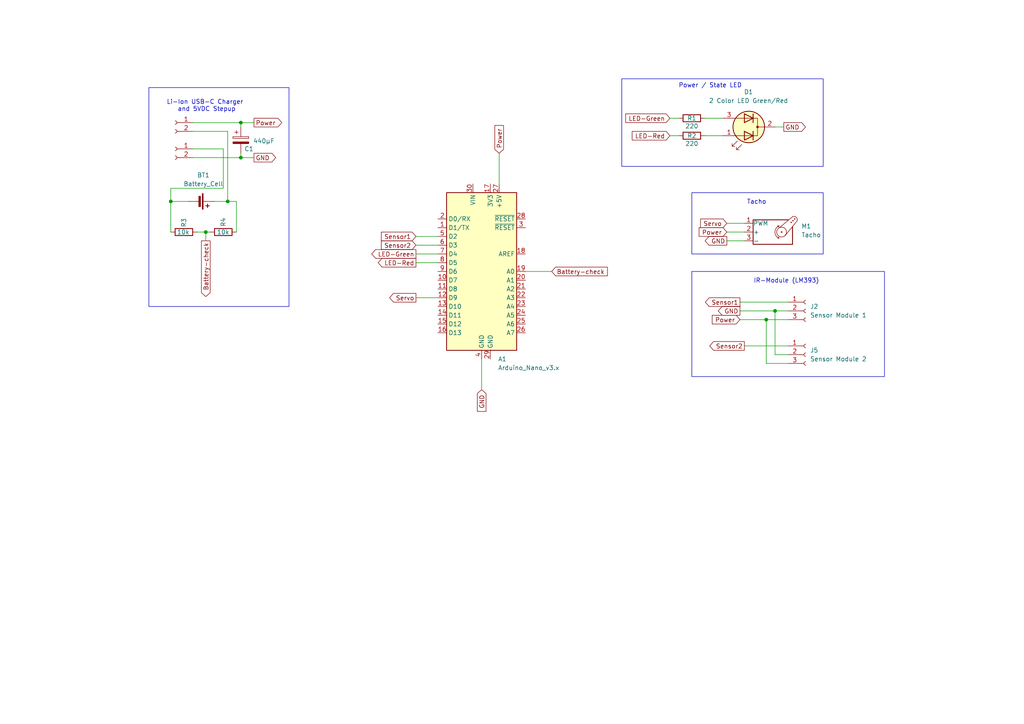
<source format=kicad_sch>
(kicad_sch (version 20231120) (generator "eeschema") (generator_version "8.0")
  (paper "A4")
  (lib_symbols
    (symbol "Connector:Conn_01x02_Socket" (pin_names (offset 1.016) hide)
      (property "Reference" "J" (at 0 2.54 0))
      (property "Value" "Conn_01x02_Socket" (at 0 -5.08 0))
      (symbol "Conn_01x02_Socket_1_1"
        (arc (start 0 -2.032) (mid -0.5058 -2.54) (end 0 -3.048) (stroke (width 0.1524)))
        (polyline (pts (xy -1.27 -2.54) (xy -0.508 -2.54)) (stroke (width 0.1524)))
        (polyline (pts (xy -1.27 0) (xy -0.508 0)) (stroke (width 0.1524)))
        (arc (start 0 0.508) (mid -0.5058 0) (end 0 -0.508) (stroke (width 0.1524)))
        (pin passive line (at -5.08 0 0) (length 3.81) (name "Pin_1") (number "1"))
        (pin passive line (at -5.08 -2.54 0) (length 3.81) (name "Pin_2") (number "2"))
      )
    )
    (symbol "Connector:Conn_01x03_Socket" (pin_names (offset 1.016) hide)
      (property "Reference" "J" (at 0 5.08 0))
      (property "Value" "Conn_01x03_Socket" (at 0 -5.08 0))
      (symbol "Conn_01x03_Socket_1_1"
        (arc (start 0 -2.032) (mid -0.5058 -2.54) (end 0 -3.048) (stroke (width 0.1524)))
        (polyline (pts (xy -1.27 -2.54) (xy -0.508 -2.54)) (stroke (width 0.1524)))
        (polyline (pts (xy -1.27 0) (xy -0.508 0)) (stroke (width 0.1524)))
        (polyline (pts (xy -1.27 2.54) (xy -0.508 2.54)) (stroke (width 0.1524)))
        (arc (start 0 0.508) (mid -0.5058 0) (end 0 -0.508) (stroke (width 0.1524)))
        (arc (start 0 3.048) (mid -0.5058 2.54) (end 0 2.032) (stroke (width 0.1524)))
        (pin passive line (at -5.08 2.54 0) (length 3.81) (name "Pin_1") (number "1"))
        (pin passive line (at -5.08 0 0) (length 3.81) (name "Pin_2") (number "2"))
        (pin passive line (at -5.08 -2.54 0) (length 3.81) (name "Pin_3") (number "3"))
      )
    )
    (symbol "Device:Battery_Cell" (pin_numbers hide) (pin_names (offset 0) hide)
      (property "Reference" "BT" (at 2.54 2.54 0))
      (property "Value" "Battery_Cell" (at 2.54 0 0))
      (symbol "Battery_Cell_0_1"
        (rectangle (start -2.286 1.778) (end 2.286 1.524) (fill (type outline)))
        (rectangle (start -1.524 1.016) (end 1.524 0.508) (fill (type outline)))
        (polyline (pts (xy 0 0.762) (xy 0 0)))
        (polyline (pts (xy 0 1.778) (xy 0 2.54)))
        (polyline (pts (xy 0.762 3.048) (xy 1.778 3.048)) (stroke (width 0.254)))
        (polyline (pts (xy 1.27 3.556) (xy 1.27 2.54)) (stroke (width 0.254)))
      )
      (symbol "Battery_Cell_1_1"
        (pin passive line (at 0 5.08 270) (length 2.54) (name "+") (number "1"))
        (pin passive line (at 0 -2.54 90) (length 2.54) (name "-") (number "2"))
      )
    )
    (symbol "Device:C_Polarized" (pin_numbers hide) (pin_names (offset 0.254))
      (property "Reference" "C" (at 0.635 2.54 0))
      (property "Value" "C_Polarized" (at 0.635 -2.54 0))
      (symbol "C_Polarized_0_1"
        (rectangle (start -2.286 0.508) (end 2.286 1.016))
        (polyline (pts (xy -1.778 2.286) (xy -0.762 2.286)))
        (polyline (pts (xy -1.27 2.794) (xy -1.27 1.778)))
        (rectangle (start 2.286 -0.508) (end -2.286 -1.016) (fill (type outline)))
      )
      (symbol "C_Polarized_1_1"
        (pin passive line (at 0 3.81 270) (length 2.794) (name "~") (number "1"))
        (pin passive line (at 0 -3.81 90) (length 2.794) (name "~") (number "2"))
      )
    )
    (symbol "Device:LED_Dual_AKA" (pin_names (offset 0) hide)
      (property "Reference" "D" (at 0 5.715 0))
      (property "Value" "LED_Dual_AKA" (at 0 -6.35 0))
      (symbol "LED_Dual_AKA_0_1"
        (circle (center -2.54 0) (radius 0.2794) (fill (type outline)))
        (polyline (pts (xy -4.572 0) (xy -2.54 0)))
        (polyline (pts (xy -1.27 -1.27) (xy -1.27 -3.81)) (stroke (width 0.254)))
        (polyline (pts (xy -1.27 1.27) (xy -1.27 3.81)) (stroke (width 0.254)))
        (polyline (pts (xy 3.81 -2.54) (xy 1.905 -2.54)))
        (polyline (pts (xy 3.81 2.54) (xy 1.905 2.54)))
        (polyline (pts (xy 1.27 -3.81) (xy 1.27 -1.27) (xy -1.27 -2.54) (xy 1.27 -3.81)) (stroke (width 0.254)))
        (polyline (pts (xy 1.27 1.27) (xy 1.27 3.81) (xy -1.27 2.54) (xy 1.27 1.27)) (stroke (width 0.254)))
        (polyline (pts (xy 2.032 2.54) (xy -2.54 2.54) (xy -2.54 -2.54) (xy 2.032 -2.54)))
        (polyline (pts (xy 2.032 5.08) (xy 3.556 6.604) (xy 2.794 6.604) (xy 3.556 6.604) (xy 3.556 5.842)))
        (polyline (pts (xy 3.302 4.064) (xy 4.826 5.588) (xy 4.064 5.588) (xy 4.826 5.588) (xy 4.826 4.826)))
        (circle (center 0 0) (radius 4.572) (stroke (width 0.254)) (fill (type background)))
      )
      (symbol "LED_Dual_AKA_1_1"
        (pin input line (at 7.62 2.54 180) (length 3.81) (name "A1") (number "1"))
        (pin input line (at -7.62 0 0) (length 3.048) (name "K") (number "2"))
        (pin input line (at 7.62 -2.54 180) (length 3.81) (name "A2") (number "3"))
      )
    )
    (symbol "Device:R" (pin_numbers hide) (pin_names (offset 0))
      (property "Reference" "R" (at 2.032 0 90))
      (property "Value" "R" (at 0 0 90))
      (symbol "R_0_1"
        (rectangle (start -1.016 -2.54) (end 1.016 2.54) (stroke (width 0.254)))
      )
      (symbol "R_1_1"
        (pin passive line (at 0 3.81 270) (length 1.27) (name "~") (number "1"))
        (pin passive line (at 0 -3.81 90) (length 1.27) (name "~") (number "2"))
      )
    )
    (symbol "MCU_Module:Arduino_Nano_v3.x"
      (property "Reference" "A" (at -10.16 23.495 0))
      (property "Value" "Arduino_Nano_v3.x" (at 5.08 -24.13 0))
      (symbol "Arduino_Nano_v3.x_0_1"
        (rectangle (start -10.16 22.86) (end 10.16 -22.86) (stroke (width 0.254)) (fill (type background)))
      )
      (symbol "Arduino_Nano_v3.x_1_1"
        (pin bidirectional line (at -12.7 12.7 0) (length 2.54) (name "D1/TX") (number "1"))
        (pin bidirectional line (at -12.7 -2.54 0) (length 2.54) (name "D7") (number "10"))
        (pin bidirectional line (at -12.7 -5.08 0) (length 2.54) (name "D8") (number "11"))
        (pin bidirectional line (at -12.7 -7.62 0) (length 2.54) (name "D9") (number "12"))
        (pin bidirectional line (at -12.7 -10.16 0) (length 2.54) (name "D10") (number "13"))
        (pin bidirectional line (at -12.7 -12.7 0) (length 2.54) (name "D11") (number "14"))
        (pin bidirectional line (at -12.7 -15.24 0) (length 2.54) (name "D12") (number "15"))
        (pin bidirectional line (at -12.7 -17.78 0) (length 2.54) (name "D13") (number "16"))
        (pin power_out line (at 2.54 25.4 270) (length 2.54) (name "3V3") (number "17"))
        (pin input line (at 12.7 5.08 180) (length 2.54) (name "AREF") (number "18"))
        (pin bidirectional line (at 12.7 0 180) (length 2.54) (name "A0") (number "19"))
        (pin bidirectional line (at -12.7 15.24 0) (length 2.54) (name "D0/RX") (number "2"))
        (pin bidirectional line (at 12.7 -2.54 180) (length 2.54) (name "A1") (number "20"))
        (pin bidirectional line (at 12.7 -5.08 180) (length 2.54) (name "A2") (number "21"))
        (pin bidirectional line (at 12.7 -7.62 180) (length 2.54) (name "A3") (number "22"))
        (pin bidirectional line (at 12.7 -10.16 180) (length 2.54) (name "A4") (number "23"))
        (pin bidirectional line (at 12.7 -12.7 180) (length 2.54) (name "A5") (number "24"))
        (pin bidirectional line (at 12.7 -15.24 180) (length 2.54) (name "A6") (number "25"))
        (pin bidirectional line (at 12.7 -17.78 180) (length 2.54) (name "A7") (number "26"))
        (pin power_out line (at 5.08 25.4 270) (length 2.54) (name "+5V") (number "27"))
        (pin input line (at 12.7 15.24 180) (length 2.54) (name "~{RESET}") (number "28"))
        (pin power_in line (at 2.54 -25.4 90) (length 2.54) (name "GND") (number "29"))
        (pin input line (at 12.7 12.7 180) (length 2.54) (name "~{RESET}") (number "3"))
        (pin power_in line (at -2.54 25.4 270) (length 2.54) (name "VIN") (number "30"))
        (pin power_in line (at 0 -25.4 90) (length 2.54) (name "GND") (number "4"))
        (pin bidirectional line (at -12.7 10.16 0) (length 2.54) (name "D2") (number "5"))
        (pin bidirectional line (at -12.7 7.62 0) (length 2.54) (name "D3") (number "6"))
        (pin bidirectional line (at -12.7 5.08 0) (length 2.54) (name "D4") (number "7"))
        (pin bidirectional line (at -12.7 2.54 0) (length 2.54) (name "D5") (number "8"))
        (pin bidirectional line (at -12.7 0 0) (length 2.54) (name "D6") (number "9"))
      )
    )
    (symbol "Motor:Motor_Servo" (pin_names (offset 0.0254))
      (property "Reference" "M" (at -5.08 4.445 0))
      (property "Value" "Motor_Servo" (at -5.08 -4.064 0))
      (symbol "Motor_Servo_0_1"
        (polyline (pts (xy 2.413 -1.778) (xy 2.032 -1.778)))
        (polyline (pts (xy 2.413 -1.778) (xy 2.286 -1.397)))
        (polyline (pts (xy 2.413 1.778) (xy 1.905 1.778)))
        (polyline (pts (xy 2.413 1.778) (xy 2.286 1.397)))
        (polyline (pts (xy 6.35 4.445) (xy 2.54 1.27)))
        (polyline (pts (xy 7.62 3.175) (xy 4.191 -1.016)))
        (polyline (pts (xy 5.08 3.556) (xy -5.08 3.556) (xy -5.08 -3.556) (xy 6.35 -3.556) (xy 6.35 1.524)) (stroke (width 0.254)))
        (arc (start 2.413 1.778) (mid 1.2406 0) (end 2.413 -1.778))
        (circle (center 3.175 0) (radius 0.1778))
        (circle (center 3.175 0) (radius 1.4224))
        (circle (center 5.969 2.794) (radius 0.127))
        (circle (center 6.477 3.302) (radius 0.127))
        (circle (center 6.985 3.81) (radius 0.127))
        (arc (start 7.62 3.175) (mid 7.4485 4.2735) (end 6.35 4.445))
      )
      (symbol "Motor_Servo_1_1"
        (pin passive line (at -7.62 2.54 0) (length 2.54) (name "PWM") (number "1"))
        (pin passive line (at -7.62 0 0) (length 2.54) (name "+") (number "2"))
        (pin passive line (at -7.62 -2.54 0) (length 2.54) (name "-") (number "3"))
      )
    )
  )
  (junction (at 59.69 67.31))
  (junction (at 69.85 45.72))
  (junction (at 224.79 90.17))
  (junction (at 222.25 92.71))
  (junction (at 49.53 58.42))
  (junction (at 69.85 35.56))
  (junction (at 66.04 58.42))
  (wire (pts (xy 222.25 105.41) (xy 222.25 92.71)))
  (wire (pts (xy 204.47 34.29) (xy 209.55 34.29)))
  (wire (pts (xy 228.6 102.87) (xy 224.79 102.87)))
  (wire (pts (xy 64.77 43.18) (xy 64.77 54.61)))
  (wire (pts (xy 49.53 58.42) (xy 54.61 58.42)))
  (wire (pts (xy 194.31 39.37) (xy 196.85 39.37)))
  (wire (pts (xy 204.47 39.37) (xy 209.55 39.37)))
  (wire (pts (xy 66.04 58.42) (xy 68.58 58.42)))
  (wire (pts (xy 120.65 68.58) (xy 127 68.58)))
  (wire (pts (xy 55.88 43.18) (xy 64.77 43.18)))
  (wire (pts (xy 64.77 54.61) (xy 49.53 54.61)))
  (wire (pts (xy 224.79 102.87) (xy 224.79 90.17)))
  (wire (pts (xy 214.63 92.71) (xy 222.25 92.71)))
  (wire (pts (xy 194.31 34.29) (xy 196.85 34.29)))
  (wire (pts (xy 228.6 105.41) (xy 222.25 105.41)))
  (wire (pts (xy 55.88 45.72) (xy 69.85 45.72)))
  (wire (pts (xy 69.85 45.72) (xy 73.66 45.72)))
  (wire (pts (xy 120.65 86.36) (xy 127 86.36)))
  (wire (pts (xy 152.4 78.74) (xy 160.02 78.74)))
  (wire (pts (xy 214.63 87.63) (xy 228.6 87.63)))
  (wire (pts (xy 224.79 90.17) (xy 228.6 90.17)))
  (wire (pts (xy 68.58 67.31) (xy 68.58 58.42)))
  (wire (pts (xy 59.69 67.31) (xy 59.69 69.85)))
  (wire (pts (xy 49.53 54.61) (xy 49.53 58.42)))
  (wire (pts (xy 214.63 90.17) (xy 224.79 90.17)))
  (wire (pts (xy 120.65 71.12) (xy 127 71.12)))
  (wire (pts (xy 55.88 35.56) (xy 69.85 35.56)))
  (wire (pts (xy 224.79 36.83) (xy 227.33 36.83)))
  (wire (pts (xy 120.65 76.2) (xy 127 76.2)))
  (wire (pts (xy 69.85 44.45) (xy 69.85 45.72)))
  (wire (pts (xy 66.04 58.42) (xy 66.04 38.1)))
  (wire (pts (xy 69.85 35.56) (xy 73.66 35.56)))
  (wire (pts (xy 49.53 58.42) (xy 49.53 67.31)))
  (wire (pts (xy 210.82 64.77) (xy 215.9 64.77)))
  (wire (pts (xy 139.7 104.14) (xy 139.7 113.03)))
  (wire (pts (xy 222.25 92.71) (xy 228.6 92.71)))
  (wire (pts (xy 69.85 36.83) (xy 69.85 35.56)))
  (wire (pts (xy 215.9 100.33) (xy 228.6 100.33)))
  (wire (pts (xy 210.82 69.85) (xy 215.9 69.85)))
  (wire (pts (xy 144.78 44.45) (xy 144.78 53.34)))
  (wire (pts (xy 59.69 67.31) (xy 60.96 67.31)))
  (wire (pts (xy 62.23 58.42) (xy 66.04 58.42)))
  (wire (pts (xy 120.65 73.66) (xy 127 73.66)))
  (wire (pts (xy 210.82 67.31) (xy 215.9 67.31)))
  (wire (pts (xy 55.88 38.1) (xy 66.04 38.1)))
  (wire (pts (xy 57.15 67.31) (xy 59.69 67.31)))
  (rectangle (start 180.34 22.86) (end 238.76 48.26))
  (rectangle (start 200.66 55.88) (end 238.76 73.66))
  (rectangle (start 200.66 78.74) (end 256.54 109.22))
  (rectangle (start 43.18 25.4) (end 83.82 88.9))
  (text "IR-Module (LM393)" (at 228.092 81.534 0) (effects (font (size 1.27 1.27))))
  (text "Power / State LED" (at 205.994 24.892 0) (effects (font (size 1.27 1.27))))
  (text "Tacho" (at 219.456 58.674 0) (effects (font (size 1.27 1.27))))
  (text "Li-Ion USB-C Charger \nand 5VDC Stepup" (at 59.944 30.734 0) (effects (font (size 1.27 1.27))))
  (global_label "LED-Red" (shape input) (at 194.31 39.37 180) (property "Intersheetrefs" "${INTERSHEET_REFS}" (effects (hide yes))))
  (global_label "GND" (shape output) (at 210.82 69.85 180) (property "Intersheetrefs" "${INTERSHEET_REFS}" (effects (hide yes))))
  (global_label "GND" (shape output) (at 73.66 45.72 0) (property "Intersheetrefs" "${INTERSHEET_REFS}" (effects (hide yes))))
  (global_label "Servo" (shape output) (at 120.65 86.36 180) (property "Intersheetrefs" "${INTERSHEET_REFS}" (effects (hide yes))))
  (global_label "GND" (shape output) (at 214.63 90.17 180) (property "Intersheetrefs" "${INTERSHEET_REFS}" (effects (hide yes))))
  (global_label "GND" (shape output) (at 227.33 36.83 0) (property "Intersheetrefs" "${INTERSHEET_REFS}" (effects (hide yes))))
  (global_label "LED-Red" (shape output) (at 120.65 76.2 180) (property "Intersheetrefs" "${INTERSHEET_REFS}" (effects (hide yes))))
  (global_label "Sensor1" (shape output) (at 214.63 87.63 180) (property "Intersheetrefs" "${INTERSHEET_REFS}" (effects (hide yes))))
  (global_label "Power" (shape input) (at 210.82 67.31 180) (property "Intersheetrefs" "${INTERSHEET_REFS}" (effects (hide yes))))
  (global_label "Sensor2" (shape input) (at 120.65 71.12 180) (property "Intersheetrefs" "${INTERSHEET_REFS}" (effects (hide yes))))
  (global_label "LED-Green" (shape input) (at 194.31 34.29 180) (property "Intersheetrefs" "${INTERSHEET_REFS}" (effects (hide yes))))
  (global_label "Servo" (shape input) (at 210.82 64.77 180) (property "Intersheetrefs" "${INTERSHEET_REFS}" (effects (hide yes))))
  (global_label "Battery-check" (shape input) (at 160.02 78.74 0) (property "Intersheetrefs" "${INTERSHEET_REFS}" (effects (hide yes))))
  (global_label "Sensor2" (shape output) (at 215.9 100.33 180) (property "Intersheetrefs" "${INTERSHEET_REFS}" (effects (hide yes))))
  (global_label "Power" (shape input) (at 214.63 92.71 180) (property "Intersheetrefs" "${INTERSHEET_REFS}" (effects (hide yes))))
  (global_label "LED-Green" (shape output) (at 120.65 73.66 180) (property "Intersheetrefs" "${INTERSHEET_REFS}" (effects (hide yes))))
  (global_label "Power" (shape output) (at 73.66 35.56 0) (property "Intersheetrefs" "${INTERSHEET_REFS}" (effects (hide yes))))
  (global_label "Sensor1" (shape input) (at 120.65 68.58 180) (property "Intersheetrefs" "${INTERSHEET_REFS}" (effects (hide yes))))
  (global_label "Battery-check" (shape output) (at 59.69 69.85 270) (property "Intersheetrefs" "${INTERSHEET_REFS}" (effects (hide yes))))
  (global_label "Power" (shape input) (at 144.78 44.45 90) (property "Intersheetrefs" "${INTERSHEET_REFS}" (effects (hide yes))))
  (global_label "GND" (shape input) (at 139.7 113.03 270) (property "Intersheetrefs" "${INTERSHEET_REFS}" (effects (hide yes))))
  (symbol (lib_id "Device:R") (at 200.66 34.29 90) (unit 1)
    (property "Reference" "R1" (at 200.66 34.29 90))
    (property "Value" "220" (at 200.66 36.576 90))
    (property "Footprint" "Resistor_THT:R_Axial_DIN0207_L6.3mm_D2.5mm_P10.16mm_Horizontal" (effects (hide yes)))
    (property "Description" "Resistor" (effects (hide yes)))
  )
  (symbol (lib_id "Device:R") (at 53.34 67.31 270) (unit 1)
    (property "Reference" "R3" (at 53.34 63.246 0) (effects (justify left)))
    (property "Value" "10k" (at 51.308 67.31 90) (effects (justify left)))
    (property "Footprint" "Resistor_THT:R_Axial_DIN0207_L6.3mm_D2.5mm_P10.16mm_Horizontal" (effects (hide yes)))
    (property "Description" "Resistor" (effects (hide yes)))
  )
  (symbol (lib_id "Device:R") (at 64.77 67.31 90) (unit 1)
    (property "Reference" "R4" (at 64.77 65.786 0) (effects (justify left)))
    (property "Value" "10k" (at 66.548 67.31 90) (effects (justify left)))
    (property "Footprint" "Resistor_THT:R_Axial_DIN0207_L6.3mm_D2.5mm_P10.16mm_Horizontal" (effects (hide yes)))
    (property "Description" "Resistor" (effects (hide yes)))
  )
  (symbol (lib_id "Device:LED_Dual_AKA") (at 217.17 36.83 180) (unit 1)
    (property "Reference" "D1" (at 217.1065 26.67 0))
    (property "Value" "2 Color LED Green/Red" (at 217.1065 29.21 0))
    (property "Footprint" "LED_THT:LED_D5.0mm-3" (effects (hide yes)))
    (property "Description" "Dual LED, common cathode on pin 2" (effects (hide yes)))
  )
  (symbol (lib_id "MCU_Module:Arduino_Nano_v3.x") (at 139.7 78.74 0) (unit 1)
    (property "Reference" "A1" (at 144.4341 104.14 0) (effects (justify left)))
    (property "Value" "Arduino_Nano_v3.x" (at 144.4341 106.68 0) (effects (justify left)))
    (property "Footprint" "Module:Arduino_Nano" (effects (hide yes)))
    (property "Datasheet" "http://www.mouser.com/pdfdocs/Gravitech_Arduino_Nano3_0.pdf" (effects (hide yes)))
    (property "Description" "Arduino Nano v3.x" (effects (hide yes)))
  )
  (symbol (lib_id "Connector:Conn_01x02_Socket") (at 50.8 35.56 0) (mirror y) (unit 1)
    (property "Reference" "J1" (effects (hide yes)))
    (property "Value" "Conn_01x02_Socket" (effects (hide yes)))
    (property "Footprint" "Connector_PinSocket_2.54mm:PinSocket_1x02_P2.54mm_Vertical" (effects (hide yes)))
    (property "Description" "Generic connector, single row, 01x02, script generated" (effects (hide yes)))
  )
  (symbol (lib_id "Device:Battery_Cell") (at 57.15 58.42 270) (unit 1)
    (property "Reference" "BT1" (at 58.9915 50.8 90))
    (property "Value" "Battery_Cell" (at 58.9915 53.34 90))
    (property "Footprint" "Battery:BatteryHolder_Keystone_1042_1x18650" (effects (hide yes)))
    (property "Description" "Single-cell battery" (effects (hide yes)))
  )
  (symbol (lib_id "Connector:Conn_01x03_Socket") (at 233.68 102.87 0) (unit 1)
    (property "Reference" "J5" (at 234.95 101.5999 0) (effects (justify left)))
    (property "Value" "Sensor Module 2" (at 234.95 104.1399 0) (effects (justify left)))
    (property "Footprint" "Connector_PinHeader_2.54mm:PinHeader_1x03_P2.54mm_Vertical" (effects (hide yes)))
    (property "Description" "Generic connector, single row, 01x03, script generated" (effects (hide yes)))
  )
  (symbol (lib_id "Motor:Motor_Servo") (at 223.52 67.31 0) (unit 1)
    (property "Reference" "M1" (at 232.41 65.6065 0) (effects (justify left)))
    (property "Value" "Tacho" (at 232.41 68.1465 0) (effects (justify left)))
    (property "Footprint" "Connector_PinHeader_2.54mm:PinHeader_1x03_P2.54mm_Vertical" (effects (hide yes)))
    (property "Datasheet" "http://forums.parallax.com/uploads/attachments/46831/74481.png" (effects (hide yes)))
    (property "Description" "Servo Motor (Futaba, HiTec, JR connector)" (effects (hide yes)))
  )
  (symbol (lib_id "Device:R") (at 200.66 39.37 90) (unit 1)
    (property "Reference" "R2" (at 200.66 39.37 90))
    (property "Value" "220" (at 200.66 41.656 90))
    (property "Footprint" "Resistor_THT:R_Axial_DIN0207_L6.3mm_D2.5mm_P10.16mm_Horizontal" (effects (hide yes)))
    (property "Description" "Resistor" (effects (hide yes)))
  )
  (symbol (lib_id "Connector:Conn_01x02_Socket") (at 50.8 43.18 0) (mirror y) (unit 1)
    (property "Reference" "J3" (effects (hide yes)))
    (property "Value" "Conn_01x02_Socket" (effects (hide yes)))
    (property "Footprint" "Connector_PinSocket_2.54mm:PinSocket_1x02_P2.54mm_Vertical" (effects (hide yes)))
    (property "Description" "Generic connector, single row, 01x02, script generated" (effects (hide yes)))
  )
  (symbol (lib_id "Device:C_Polarized") (at 69.85 40.64 0) (unit 1)
    (property "Reference" "C1" (at 70.866 43.18 0) (effects (justify left)))
    (property "Value" "440µF" (at 73.406 40.894 0) (effects (justify left)))
    (property "Footprint" "Capacitor_THT:CP_Radial_D10.0mm_P5.00mm" (effects (hide yes)))
    (property "Description" "Polarized capacitor" (effects (hide yes)))
  )
  (symbol (lib_id "Connector:Conn_01x03_Socket") (at 233.68 90.17 0) (unit 1)
    (property "Reference" "J2" (at 234.95 88.8999 0) (effects (justify left)))
    (property "Value" "Sensor Module 1" (at 234.95 91.4399 0) (effects (justify left)))
    (property "Footprint" "Connector_PinHeader_2.54mm:PinHeader_1x03_P2.54mm_Vertical" (effects (hide yes)))
    (property "Description" "Generic connector, single row, 01x03, script generated" (effects (hide yes)))
  )
)
</source>
